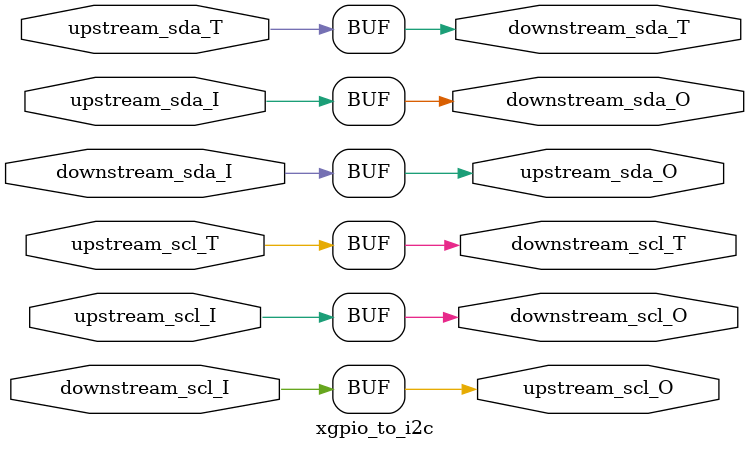
<source format=v>
module xgpio_to_i2c
(
	input     upstream_scl_T,
	input     upstream_scl_I,
	output    upstream_scl_O,
	input     upstream_sda_T,
	input     upstream_sda_I,
	output    upstream_sda_O,
	
	output    downstream_scl_T,
	input     downstream_scl_I,
	output    downstream_scl_O,
	output    downstream_sda_T,
	input     downstream_sda_I,
	output    downstream_sda_O
);
assign downstream_scl_T = upstream_scl_T;
assign downstream_scl_O = upstream_scl_I; 
assign downstream_sda_T = upstream_sda_T;
assign downstream_sda_O = upstream_sda_I;
assign upstream_scl_O = downstream_scl_I;
assign upstream_sda_O = downstream_sda_I;

endmodule

</source>
